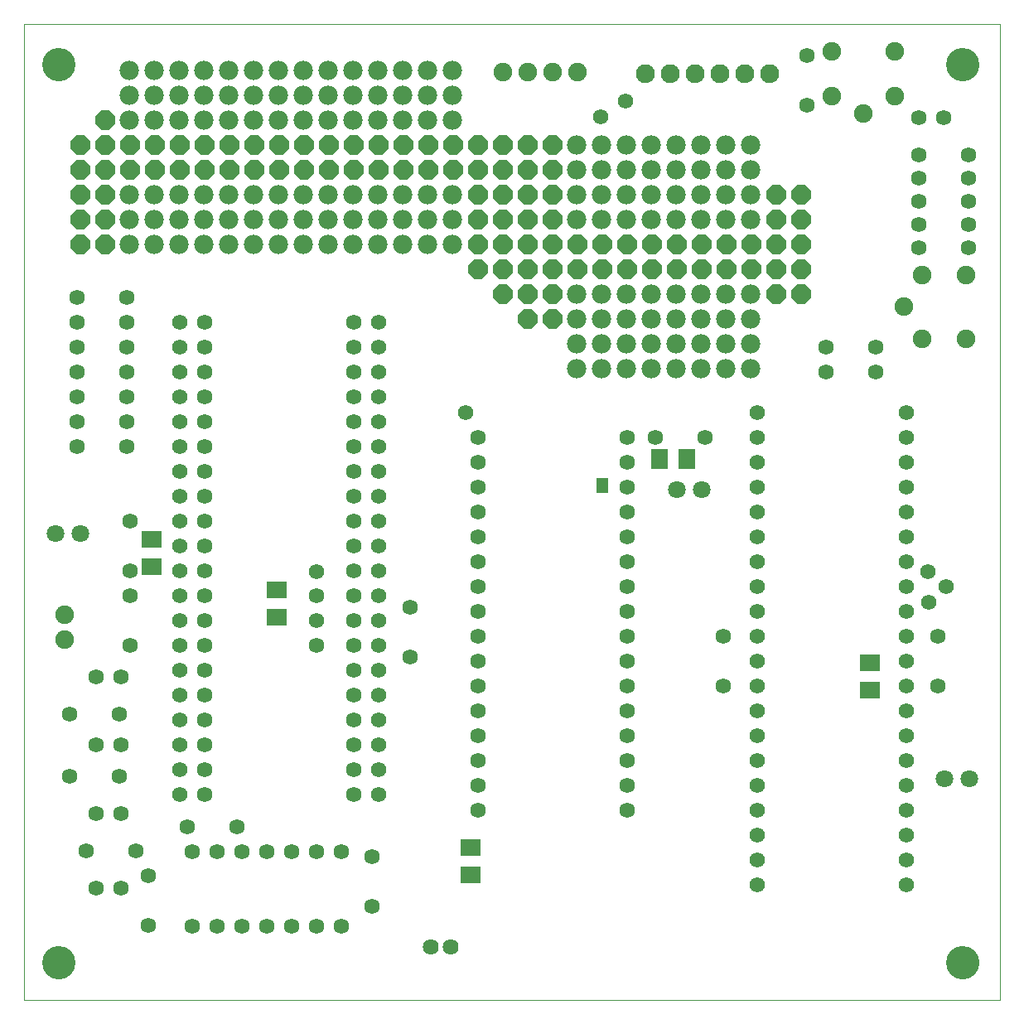
<source format=gbs>
G75*
%MOIN*%
%OFA0B0*%
%FSLAX25Y25*%
%IPPOS*%
%LPD*%
%AMOC8*
5,1,8,0,0,1.08239X$1,22.5*
%
%ADD10C,0.00000*%
%ADD11C,0.13398*%
%ADD12R,0.05000X0.06250*%
%ADD13C,0.06240*%
%ADD14C,0.06154*%
%ADD15C,0.07493*%
%ADD16C,0.07600*%
%ADD17R,0.07099X0.07887*%
%ADD18R,0.07887X0.07099*%
%ADD19C,0.07100*%
%ADD20C,0.06400*%
%ADD21OC8,0.07800*%
%ADD22C,0.07800*%
D10*
X0064972Y0005537D02*
X0064972Y0397988D01*
X0457394Y0397988D01*
X0457394Y0005537D01*
X0064972Y0005537D01*
X0072423Y0020537D02*
X0072425Y0020695D01*
X0072431Y0020853D01*
X0072441Y0021011D01*
X0072455Y0021169D01*
X0072473Y0021326D01*
X0072494Y0021483D01*
X0072520Y0021639D01*
X0072550Y0021795D01*
X0072583Y0021950D01*
X0072621Y0022103D01*
X0072662Y0022256D01*
X0072707Y0022408D01*
X0072756Y0022559D01*
X0072809Y0022708D01*
X0072865Y0022856D01*
X0072925Y0023002D01*
X0072989Y0023147D01*
X0073057Y0023290D01*
X0073128Y0023432D01*
X0073202Y0023572D01*
X0073280Y0023709D01*
X0073362Y0023845D01*
X0073446Y0023979D01*
X0073535Y0024110D01*
X0073626Y0024239D01*
X0073721Y0024366D01*
X0073818Y0024491D01*
X0073919Y0024613D01*
X0074023Y0024732D01*
X0074130Y0024849D01*
X0074240Y0024963D01*
X0074353Y0025074D01*
X0074468Y0025183D01*
X0074586Y0025288D01*
X0074707Y0025390D01*
X0074830Y0025490D01*
X0074956Y0025586D01*
X0075084Y0025679D01*
X0075214Y0025769D01*
X0075347Y0025855D01*
X0075482Y0025939D01*
X0075618Y0026018D01*
X0075757Y0026095D01*
X0075898Y0026167D01*
X0076040Y0026237D01*
X0076184Y0026302D01*
X0076330Y0026364D01*
X0076477Y0026422D01*
X0076626Y0026477D01*
X0076776Y0026528D01*
X0076927Y0026575D01*
X0077079Y0026618D01*
X0077232Y0026657D01*
X0077387Y0026693D01*
X0077542Y0026724D01*
X0077698Y0026752D01*
X0077854Y0026776D01*
X0078011Y0026796D01*
X0078169Y0026812D01*
X0078326Y0026824D01*
X0078485Y0026832D01*
X0078643Y0026836D01*
X0078801Y0026836D01*
X0078959Y0026832D01*
X0079118Y0026824D01*
X0079275Y0026812D01*
X0079433Y0026796D01*
X0079590Y0026776D01*
X0079746Y0026752D01*
X0079902Y0026724D01*
X0080057Y0026693D01*
X0080212Y0026657D01*
X0080365Y0026618D01*
X0080517Y0026575D01*
X0080668Y0026528D01*
X0080818Y0026477D01*
X0080967Y0026422D01*
X0081114Y0026364D01*
X0081260Y0026302D01*
X0081404Y0026237D01*
X0081546Y0026167D01*
X0081687Y0026095D01*
X0081826Y0026018D01*
X0081962Y0025939D01*
X0082097Y0025855D01*
X0082230Y0025769D01*
X0082360Y0025679D01*
X0082488Y0025586D01*
X0082614Y0025490D01*
X0082737Y0025390D01*
X0082858Y0025288D01*
X0082976Y0025183D01*
X0083091Y0025074D01*
X0083204Y0024963D01*
X0083314Y0024849D01*
X0083421Y0024732D01*
X0083525Y0024613D01*
X0083626Y0024491D01*
X0083723Y0024366D01*
X0083818Y0024239D01*
X0083909Y0024110D01*
X0083998Y0023979D01*
X0084082Y0023845D01*
X0084164Y0023709D01*
X0084242Y0023572D01*
X0084316Y0023432D01*
X0084387Y0023290D01*
X0084455Y0023147D01*
X0084519Y0023002D01*
X0084579Y0022856D01*
X0084635Y0022708D01*
X0084688Y0022559D01*
X0084737Y0022408D01*
X0084782Y0022256D01*
X0084823Y0022103D01*
X0084861Y0021950D01*
X0084894Y0021795D01*
X0084924Y0021639D01*
X0084950Y0021483D01*
X0084971Y0021326D01*
X0084989Y0021169D01*
X0085003Y0021011D01*
X0085013Y0020853D01*
X0085019Y0020695D01*
X0085021Y0020537D01*
X0085019Y0020379D01*
X0085013Y0020221D01*
X0085003Y0020063D01*
X0084989Y0019905D01*
X0084971Y0019748D01*
X0084950Y0019591D01*
X0084924Y0019435D01*
X0084894Y0019279D01*
X0084861Y0019124D01*
X0084823Y0018971D01*
X0084782Y0018818D01*
X0084737Y0018666D01*
X0084688Y0018515D01*
X0084635Y0018366D01*
X0084579Y0018218D01*
X0084519Y0018072D01*
X0084455Y0017927D01*
X0084387Y0017784D01*
X0084316Y0017642D01*
X0084242Y0017502D01*
X0084164Y0017365D01*
X0084082Y0017229D01*
X0083998Y0017095D01*
X0083909Y0016964D01*
X0083818Y0016835D01*
X0083723Y0016708D01*
X0083626Y0016583D01*
X0083525Y0016461D01*
X0083421Y0016342D01*
X0083314Y0016225D01*
X0083204Y0016111D01*
X0083091Y0016000D01*
X0082976Y0015891D01*
X0082858Y0015786D01*
X0082737Y0015684D01*
X0082614Y0015584D01*
X0082488Y0015488D01*
X0082360Y0015395D01*
X0082230Y0015305D01*
X0082097Y0015219D01*
X0081962Y0015135D01*
X0081826Y0015056D01*
X0081687Y0014979D01*
X0081546Y0014907D01*
X0081404Y0014837D01*
X0081260Y0014772D01*
X0081114Y0014710D01*
X0080967Y0014652D01*
X0080818Y0014597D01*
X0080668Y0014546D01*
X0080517Y0014499D01*
X0080365Y0014456D01*
X0080212Y0014417D01*
X0080057Y0014381D01*
X0079902Y0014350D01*
X0079746Y0014322D01*
X0079590Y0014298D01*
X0079433Y0014278D01*
X0079275Y0014262D01*
X0079118Y0014250D01*
X0078959Y0014242D01*
X0078801Y0014238D01*
X0078643Y0014238D01*
X0078485Y0014242D01*
X0078326Y0014250D01*
X0078169Y0014262D01*
X0078011Y0014278D01*
X0077854Y0014298D01*
X0077698Y0014322D01*
X0077542Y0014350D01*
X0077387Y0014381D01*
X0077232Y0014417D01*
X0077079Y0014456D01*
X0076927Y0014499D01*
X0076776Y0014546D01*
X0076626Y0014597D01*
X0076477Y0014652D01*
X0076330Y0014710D01*
X0076184Y0014772D01*
X0076040Y0014837D01*
X0075898Y0014907D01*
X0075757Y0014979D01*
X0075618Y0015056D01*
X0075482Y0015135D01*
X0075347Y0015219D01*
X0075214Y0015305D01*
X0075084Y0015395D01*
X0074956Y0015488D01*
X0074830Y0015584D01*
X0074707Y0015684D01*
X0074586Y0015786D01*
X0074468Y0015891D01*
X0074353Y0016000D01*
X0074240Y0016111D01*
X0074130Y0016225D01*
X0074023Y0016342D01*
X0073919Y0016461D01*
X0073818Y0016583D01*
X0073721Y0016708D01*
X0073626Y0016835D01*
X0073535Y0016964D01*
X0073446Y0017095D01*
X0073362Y0017229D01*
X0073280Y0017365D01*
X0073202Y0017502D01*
X0073128Y0017642D01*
X0073057Y0017784D01*
X0072989Y0017927D01*
X0072925Y0018072D01*
X0072865Y0018218D01*
X0072809Y0018366D01*
X0072756Y0018515D01*
X0072707Y0018666D01*
X0072662Y0018818D01*
X0072621Y0018971D01*
X0072583Y0019124D01*
X0072550Y0019279D01*
X0072520Y0019435D01*
X0072494Y0019591D01*
X0072473Y0019748D01*
X0072455Y0019905D01*
X0072441Y0020063D01*
X0072431Y0020221D01*
X0072425Y0020379D01*
X0072423Y0020537D01*
X0436173Y0020537D02*
X0436175Y0020695D01*
X0436181Y0020853D01*
X0436191Y0021011D01*
X0436205Y0021169D01*
X0436223Y0021326D01*
X0436244Y0021483D01*
X0436270Y0021639D01*
X0436300Y0021795D01*
X0436333Y0021950D01*
X0436371Y0022103D01*
X0436412Y0022256D01*
X0436457Y0022408D01*
X0436506Y0022559D01*
X0436559Y0022708D01*
X0436615Y0022856D01*
X0436675Y0023002D01*
X0436739Y0023147D01*
X0436807Y0023290D01*
X0436878Y0023432D01*
X0436952Y0023572D01*
X0437030Y0023709D01*
X0437112Y0023845D01*
X0437196Y0023979D01*
X0437285Y0024110D01*
X0437376Y0024239D01*
X0437471Y0024366D01*
X0437568Y0024491D01*
X0437669Y0024613D01*
X0437773Y0024732D01*
X0437880Y0024849D01*
X0437990Y0024963D01*
X0438103Y0025074D01*
X0438218Y0025183D01*
X0438336Y0025288D01*
X0438457Y0025390D01*
X0438580Y0025490D01*
X0438706Y0025586D01*
X0438834Y0025679D01*
X0438964Y0025769D01*
X0439097Y0025855D01*
X0439232Y0025939D01*
X0439368Y0026018D01*
X0439507Y0026095D01*
X0439648Y0026167D01*
X0439790Y0026237D01*
X0439934Y0026302D01*
X0440080Y0026364D01*
X0440227Y0026422D01*
X0440376Y0026477D01*
X0440526Y0026528D01*
X0440677Y0026575D01*
X0440829Y0026618D01*
X0440982Y0026657D01*
X0441137Y0026693D01*
X0441292Y0026724D01*
X0441448Y0026752D01*
X0441604Y0026776D01*
X0441761Y0026796D01*
X0441919Y0026812D01*
X0442076Y0026824D01*
X0442235Y0026832D01*
X0442393Y0026836D01*
X0442551Y0026836D01*
X0442709Y0026832D01*
X0442868Y0026824D01*
X0443025Y0026812D01*
X0443183Y0026796D01*
X0443340Y0026776D01*
X0443496Y0026752D01*
X0443652Y0026724D01*
X0443807Y0026693D01*
X0443962Y0026657D01*
X0444115Y0026618D01*
X0444267Y0026575D01*
X0444418Y0026528D01*
X0444568Y0026477D01*
X0444717Y0026422D01*
X0444864Y0026364D01*
X0445010Y0026302D01*
X0445154Y0026237D01*
X0445296Y0026167D01*
X0445437Y0026095D01*
X0445576Y0026018D01*
X0445712Y0025939D01*
X0445847Y0025855D01*
X0445980Y0025769D01*
X0446110Y0025679D01*
X0446238Y0025586D01*
X0446364Y0025490D01*
X0446487Y0025390D01*
X0446608Y0025288D01*
X0446726Y0025183D01*
X0446841Y0025074D01*
X0446954Y0024963D01*
X0447064Y0024849D01*
X0447171Y0024732D01*
X0447275Y0024613D01*
X0447376Y0024491D01*
X0447473Y0024366D01*
X0447568Y0024239D01*
X0447659Y0024110D01*
X0447748Y0023979D01*
X0447832Y0023845D01*
X0447914Y0023709D01*
X0447992Y0023572D01*
X0448066Y0023432D01*
X0448137Y0023290D01*
X0448205Y0023147D01*
X0448269Y0023002D01*
X0448329Y0022856D01*
X0448385Y0022708D01*
X0448438Y0022559D01*
X0448487Y0022408D01*
X0448532Y0022256D01*
X0448573Y0022103D01*
X0448611Y0021950D01*
X0448644Y0021795D01*
X0448674Y0021639D01*
X0448700Y0021483D01*
X0448721Y0021326D01*
X0448739Y0021169D01*
X0448753Y0021011D01*
X0448763Y0020853D01*
X0448769Y0020695D01*
X0448771Y0020537D01*
X0448769Y0020379D01*
X0448763Y0020221D01*
X0448753Y0020063D01*
X0448739Y0019905D01*
X0448721Y0019748D01*
X0448700Y0019591D01*
X0448674Y0019435D01*
X0448644Y0019279D01*
X0448611Y0019124D01*
X0448573Y0018971D01*
X0448532Y0018818D01*
X0448487Y0018666D01*
X0448438Y0018515D01*
X0448385Y0018366D01*
X0448329Y0018218D01*
X0448269Y0018072D01*
X0448205Y0017927D01*
X0448137Y0017784D01*
X0448066Y0017642D01*
X0447992Y0017502D01*
X0447914Y0017365D01*
X0447832Y0017229D01*
X0447748Y0017095D01*
X0447659Y0016964D01*
X0447568Y0016835D01*
X0447473Y0016708D01*
X0447376Y0016583D01*
X0447275Y0016461D01*
X0447171Y0016342D01*
X0447064Y0016225D01*
X0446954Y0016111D01*
X0446841Y0016000D01*
X0446726Y0015891D01*
X0446608Y0015786D01*
X0446487Y0015684D01*
X0446364Y0015584D01*
X0446238Y0015488D01*
X0446110Y0015395D01*
X0445980Y0015305D01*
X0445847Y0015219D01*
X0445712Y0015135D01*
X0445576Y0015056D01*
X0445437Y0014979D01*
X0445296Y0014907D01*
X0445154Y0014837D01*
X0445010Y0014772D01*
X0444864Y0014710D01*
X0444717Y0014652D01*
X0444568Y0014597D01*
X0444418Y0014546D01*
X0444267Y0014499D01*
X0444115Y0014456D01*
X0443962Y0014417D01*
X0443807Y0014381D01*
X0443652Y0014350D01*
X0443496Y0014322D01*
X0443340Y0014298D01*
X0443183Y0014278D01*
X0443025Y0014262D01*
X0442868Y0014250D01*
X0442709Y0014242D01*
X0442551Y0014238D01*
X0442393Y0014238D01*
X0442235Y0014242D01*
X0442076Y0014250D01*
X0441919Y0014262D01*
X0441761Y0014278D01*
X0441604Y0014298D01*
X0441448Y0014322D01*
X0441292Y0014350D01*
X0441137Y0014381D01*
X0440982Y0014417D01*
X0440829Y0014456D01*
X0440677Y0014499D01*
X0440526Y0014546D01*
X0440376Y0014597D01*
X0440227Y0014652D01*
X0440080Y0014710D01*
X0439934Y0014772D01*
X0439790Y0014837D01*
X0439648Y0014907D01*
X0439507Y0014979D01*
X0439368Y0015056D01*
X0439232Y0015135D01*
X0439097Y0015219D01*
X0438964Y0015305D01*
X0438834Y0015395D01*
X0438706Y0015488D01*
X0438580Y0015584D01*
X0438457Y0015684D01*
X0438336Y0015786D01*
X0438218Y0015891D01*
X0438103Y0016000D01*
X0437990Y0016111D01*
X0437880Y0016225D01*
X0437773Y0016342D01*
X0437669Y0016461D01*
X0437568Y0016583D01*
X0437471Y0016708D01*
X0437376Y0016835D01*
X0437285Y0016964D01*
X0437196Y0017095D01*
X0437112Y0017229D01*
X0437030Y0017365D01*
X0436952Y0017502D01*
X0436878Y0017642D01*
X0436807Y0017784D01*
X0436739Y0017927D01*
X0436675Y0018072D01*
X0436615Y0018218D01*
X0436559Y0018366D01*
X0436506Y0018515D01*
X0436457Y0018666D01*
X0436412Y0018818D01*
X0436371Y0018971D01*
X0436333Y0019124D01*
X0436300Y0019279D01*
X0436270Y0019435D01*
X0436244Y0019591D01*
X0436223Y0019748D01*
X0436205Y0019905D01*
X0436191Y0020063D01*
X0436181Y0020221D01*
X0436175Y0020379D01*
X0436173Y0020537D01*
X0436173Y0381787D02*
X0436175Y0381945D01*
X0436181Y0382103D01*
X0436191Y0382261D01*
X0436205Y0382419D01*
X0436223Y0382576D01*
X0436244Y0382733D01*
X0436270Y0382889D01*
X0436300Y0383045D01*
X0436333Y0383200D01*
X0436371Y0383353D01*
X0436412Y0383506D01*
X0436457Y0383658D01*
X0436506Y0383809D01*
X0436559Y0383958D01*
X0436615Y0384106D01*
X0436675Y0384252D01*
X0436739Y0384397D01*
X0436807Y0384540D01*
X0436878Y0384682D01*
X0436952Y0384822D01*
X0437030Y0384959D01*
X0437112Y0385095D01*
X0437196Y0385229D01*
X0437285Y0385360D01*
X0437376Y0385489D01*
X0437471Y0385616D01*
X0437568Y0385741D01*
X0437669Y0385863D01*
X0437773Y0385982D01*
X0437880Y0386099D01*
X0437990Y0386213D01*
X0438103Y0386324D01*
X0438218Y0386433D01*
X0438336Y0386538D01*
X0438457Y0386640D01*
X0438580Y0386740D01*
X0438706Y0386836D01*
X0438834Y0386929D01*
X0438964Y0387019D01*
X0439097Y0387105D01*
X0439232Y0387189D01*
X0439368Y0387268D01*
X0439507Y0387345D01*
X0439648Y0387417D01*
X0439790Y0387487D01*
X0439934Y0387552D01*
X0440080Y0387614D01*
X0440227Y0387672D01*
X0440376Y0387727D01*
X0440526Y0387778D01*
X0440677Y0387825D01*
X0440829Y0387868D01*
X0440982Y0387907D01*
X0441137Y0387943D01*
X0441292Y0387974D01*
X0441448Y0388002D01*
X0441604Y0388026D01*
X0441761Y0388046D01*
X0441919Y0388062D01*
X0442076Y0388074D01*
X0442235Y0388082D01*
X0442393Y0388086D01*
X0442551Y0388086D01*
X0442709Y0388082D01*
X0442868Y0388074D01*
X0443025Y0388062D01*
X0443183Y0388046D01*
X0443340Y0388026D01*
X0443496Y0388002D01*
X0443652Y0387974D01*
X0443807Y0387943D01*
X0443962Y0387907D01*
X0444115Y0387868D01*
X0444267Y0387825D01*
X0444418Y0387778D01*
X0444568Y0387727D01*
X0444717Y0387672D01*
X0444864Y0387614D01*
X0445010Y0387552D01*
X0445154Y0387487D01*
X0445296Y0387417D01*
X0445437Y0387345D01*
X0445576Y0387268D01*
X0445712Y0387189D01*
X0445847Y0387105D01*
X0445980Y0387019D01*
X0446110Y0386929D01*
X0446238Y0386836D01*
X0446364Y0386740D01*
X0446487Y0386640D01*
X0446608Y0386538D01*
X0446726Y0386433D01*
X0446841Y0386324D01*
X0446954Y0386213D01*
X0447064Y0386099D01*
X0447171Y0385982D01*
X0447275Y0385863D01*
X0447376Y0385741D01*
X0447473Y0385616D01*
X0447568Y0385489D01*
X0447659Y0385360D01*
X0447748Y0385229D01*
X0447832Y0385095D01*
X0447914Y0384959D01*
X0447992Y0384822D01*
X0448066Y0384682D01*
X0448137Y0384540D01*
X0448205Y0384397D01*
X0448269Y0384252D01*
X0448329Y0384106D01*
X0448385Y0383958D01*
X0448438Y0383809D01*
X0448487Y0383658D01*
X0448532Y0383506D01*
X0448573Y0383353D01*
X0448611Y0383200D01*
X0448644Y0383045D01*
X0448674Y0382889D01*
X0448700Y0382733D01*
X0448721Y0382576D01*
X0448739Y0382419D01*
X0448753Y0382261D01*
X0448763Y0382103D01*
X0448769Y0381945D01*
X0448771Y0381787D01*
X0448769Y0381629D01*
X0448763Y0381471D01*
X0448753Y0381313D01*
X0448739Y0381155D01*
X0448721Y0380998D01*
X0448700Y0380841D01*
X0448674Y0380685D01*
X0448644Y0380529D01*
X0448611Y0380374D01*
X0448573Y0380221D01*
X0448532Y0380068D01*
X0448487Y0379916D01*
X0448438Y0379765D01*
X0448385Y0379616D01*
X0448329Y0379468D01*
X0448269Y0379322D01*
X0448205Y0379177D01*
X0448137Y0379034D01*
X0448066Y0378892D01*
X0447992Y0378752D01*
X0447914Y0378615D01*
X0447832Y0378479D01*
X0447748Y0378345D01*
X0447659Y0378214D01*
X0447568Y0378085D01*
X0447473Y0377958D01*
X0447376Y0377833D01*
X0447275Y0377711D01*
X0447171Y0377592D01*
X0447064Y0377475D01*
X0446954Y0377361D01*
X0446841Y0377250D01*
X0446726Y0377141D01*
X0446608Y0377036D01*
X0446487Y0376934D01*
X0446364Y0376834D01*
X0446238Y0376738D01*
X0446110Y0376645D01*
X0445980Y0376555D01*
X0445847Y0376469D01*
X0445712Y0376385D01*
X0445576Y0376306D01*
X0445437Y0376229D01*
X0445296Y0376157D01*
X0445154Y0376087D01*
X0445010Y0376022D01*
X0444864Y0375960D01*
X0444717Y0375902D01*
X0444568Y0375847D01*
X0444418Y0375796D01*
X0444267Y0375749D01*
X0444115Y0375706D01*
X0443962Y0375667D01*
X0443807Y0375631D01*
X0443652Y0375600D01*
X0443496Y0375572D01*
X0443340Y0375548D01*
X0443183Y0375528D01*
X0443025Y0375512D01*
X0442868Y0375500D01*
X0442709Y0375492D01*
X0442551Y0375488D01*
X0442393Y0375488D01*
X0442235Y0375492D01*
X0442076Y0375500D01*
X0441919Y0375512D01*
X0441761Y0375528D01*
X0441604Y0375548D01*
X0441448Y0375572D01*
X0441292Y0375600D01*
X0441137Y0375631D01*
X0440982Y0375667D01*
X0440829Y0375706D01*
X0440677Y0375749D01*
X0440526Y0375796D01*
X0440376Y0375847D01*
X0440227Y0375902D01*
X0440080Y0375960D01*
X0439934Y0376022D01*
X0439790Y0376087D01*
X0439648Y0376157D01*
X0439507Y0376229D01*
X0439368Y0376306D01*
X0439232Y0376385D01*
X0439097Y0376469D01*
X0438964Y0376555D01*
X0438834Y0376645D01*
X0438706Y0376738D01*
X0438580Y0376834D01*
X0438457Y0376934D01*
X0438336Y0377036D01*
X0438218Y0377141D01*
X0438103Y0377250D01*
X0437990Y0377361D01*
X0437880Y0377475D01*
X0437773Y0377592D01*
X0437669Y0377711D01*
X0437568Y0377833D01*
X0437471Y0377958D01*
X0437376Y0378085D01*
X0437285Y0378214D01*
X0437196Y0378345D01*
X0437112Y0378479D01*
X0437030Y0378615D01*
X0436952Y0378752D01*
X0436878Y0378892D01*
X0436807Y0379034D01*
X0436739Y0379177D01*
X0436675Y0379322D01*
X0436615Y0379468D01*
X0436559Y0379616D01*
X0436506Y0379765D01*
X0436457Y0379916D01*
X0436412Y0380068D01*
X0436371Y0380221D01*
X0436333Y0380374D01*
X0436300Y0380529D01*
X0436270Y0380685D01*
X0436244Y0380841D01*
X0436223Y0380998D01*
X0436205Y0381155D01*
X0436191Y0381313D01*
X0436181Y0381471D01*
X0436175Y0381629D01*
X0436173Y0381787D01*
X0072423Y0381787D02*
X0072425Y0381945D01*
X0072431Y0382103D01*
X0072441Y0382261D01*
X0072455Y0382419D01*
X0072473Y0382576D01*
X0072494Y0382733D01*
X0072520Y0382889D01*
X0072550Y0383045D01*
X0072583Y0383200D01*
X0072621Y0383353D01*
X0072662Y0383506D01*
X0072707Y0383658D01*
X0072756Y0383809D01*
X0072809Y0383958D01*
X0072865Y0384106D01*
X0072925Y0384252D01*
X0072989Y0384397D01*
X0073057Y0384540D01*
X0073128Y0384682D01*
X0073202Y0384822D01*
X0073280Y0384959D01*
X0073362Y0385095D01*
X0073446Y0385229D01*
X0073535Y0385360D01*
X0073626Y0385489D01*
X0073721Y0385616D01*
X0073818Y0385741D01*
X0073919Y0385863D01*
X0074023Y0385982D01*
X0074130Y0386099D01*
X0074240Y0386213D01*
X0074353Y0386324D01*
X0074468Y0386433D01*
X0074586Y0386538D01*
X0074707Y0386640D01*
X0074830Y0386740D01*
X0074956Y0386836D01*
X0075084Y0386929D01*
X0075214Y0387019D01*
X0075347Y0387105D01*
X0075482Y0387189D01*
X0075618Y0387268D01*
X0075757Y0387345D01*
X0075898Y0387417D01*
X0076040Y0387487D01*
X0076184Y0387552D01*
X0076330Y0387614D01*
X0076477Y0387672D01*
X0076626Y0387727D01*
X0076776Y0387778D01*
X0076927Y0387825D01*
X0077079Y0387868D01*
X0077232Y0387907D01*
X0077387Y0387943D01*
X0077542Y0387974D01*
X0077698Y0388002D01*
X0077854Y0388026D01*
X0078011Y0388046D01*
X0078169Y0388062D01*
X0078326Y0388074D01*
X0078485Y0388082D01*
X0078643Y0388086D01*
X0078801Y0388086D01*
X0078959Y0388082D01*
X0079118Y0388074D01*
X0079275Y0388062D01*
X0079433Y0388046D01*
X0079590Y0388026D01*
X0079746Y0388002D01*
X0079902Y0387974D01*
X0080057Y0387943D01*
X0080212Y0387907D01*
X0080365Y0387868D01*
X0080517Y0387825D01*
X0080668Y0387778D01*
X0080818Y0387727D01*
X0080967Y0387672D01*
X0081114Y0387614D01*
X0081260Y0387552D01*
X0081404Y0387487D01*
X0081546Y0387417D01*
X0081687Y0387345D01*
X0081826Y0387268D01*
X0081962Y0387189D01*
X0082097Y0387105D01*
X0082230Y0387019D01*
X0082360Y0386929D01*
X0082488Y0386836D01*
X0082614Y0386740D01*
X0082737Y0386640D01*
X0082858Y0386538D01*
X0082976Y0386433D01*
X0083091Y0386324D01*
X0083204Y0386213D01*
X0083314Y0386099D01*
X0083421Y0385982D01*
X0083525Y0385863D01*
X0083626Y0385741D01*
X0083723Y0385616D01*
X0083818Y0385489D01*
X0083909Y0385360D01*
X0083998Y0385229D01*
X0084082Y0385095D01*
X0084164Y0384959D01*
X0084242Y0384822D01*
X0084316Y0384682D01*
X0084387Y0384540D01*
X0084455Y0384397D01*
X0084519Y0384252D01*
X0084579Y0384106D01*
X0084635Y0383958D01*
X0084688Y0383809D01*
X0084737Y0383658D01*
X0084782Y0383506D01*
X0084823Y0383353D01*
X0084861Y0383200D01*
X0084894Y0383045D01*
X0084924Y0382889D01*
X0084950Y0382733D01*
X0084971Y0382576D01*
X0084989Y0382419D01*
X0085003Y0382261D01*
X0085013Y0382103D01*
X0085019Y0381945D01*
X0085021Y0381787D01*
X0085019Y0381629D01*
X0085013Y0381471D01*
X0085003Y0381313D01*
X0084989Y0381155D01*
X0084971Y0380998D01*
X0084950Y0380841D01*
X0084924Y0380685D01*
X0084894Y0380529D01*
X0084861Y0380374D01*
X0084823Y0380221D01*
X0084782Y0380068D01*
X0084737Y0379916D01*
X0084688Y0379765D01*
X0084635Y0379616D01*
X0084579Y0379468D01*
X0084519Y0379322D01*
X0084455Y0379177D01*
X0084387Y0379034D01*
X0084316Y0378892D01*
X0084242Y0378752D01*
X0084164Y0378615D01*
X0084082Y0378479D01*
X0083998Y0378345D01*
X0083909Y0378214D01*
X0083818Y0378085D01*
X0083723Y0377958D01*
X0083626Y0377833D01*
X0083525Y0377711D01*
X0083421Y0377592D01*
X0083314Y0377475D01*
X0083204Y0377361D01*
X0083091Y0377250D01*
X0082976Y0377141D01*
X0082858Y0377036D01*
X0082737Y0376934D01*
X0082614Y0376834D01*
X0082488Y0376738D01*
X0082360Y0376645D01*
X0082230Y0376555D01*
X0082097Y0376469D01*
X0081962Y0376385D01*
X0081826Y0376306D01*
X0081687Y0376229D01*
X0081546Y0376157D01*
X0081404Y0376087D01*
X0081260Y0376022D01*
X0081114Y0375960D01*
X0080967Y0375902D01*
X0080818Y0375847D01*
X0080668Y0375796D01*
X0080517Y0375749D01*
X0080365Y0375706D01*
X0080212Y0375667D01*
X0080057Y0375631D01*
X0079902Y0375600D01*
X0079746Y0375572D01*
X0079590Y0375548D01*
X0079433Y0375528D01*
X0079275Y0375512D01*
X0079118Y0375500D01*
X0078959Y0375492D01*
X0078801Y0375488D01*
X0078643Y0375488D01*
X0078485Y0375492D01*
X0078326Y0375500D01*
X0078169Y0375512D01*
X0078011Y0375528D01*
X0077854Y0375548D01*
X0077698Y0375572D01*
X0077542Y0375600D01*
X0077387Y0375631D01*
X0077232Y0375667D01*
X0077079Y0375706D01*
X0076927Y0375749D01*
X0076776Y0375796D01*
X0076626Y0375847D01*
X0076477Y0375902D01*
X0076330Y0375960D01*
X0076184Y0376022D01*
X0076040Y0376087D01*
X0075898Y0376157D01*
X0075757Y0376229D01*
X0075618Y0376306D01*
X0075482Y0376385D01*
X0075347Y0376469D01*
X0075214Y0376555D01*
X0075084Y0376645D01*
X0074956Y0376738D01*
X0074830Y0376834D01*
X0074707Y0376934D01*
X0074586Y0377036D01*
X0074468Y0377141D01*
X0074353Y0377250D01*
X0074240Y0377361D01*
X0074130Y0377475D01*
X0074023Y0377592D01*
X0073919Y0377711D01*
X0073818Y0377833D01*
X0073721Y0377958D01*
X0073626Y0378085D01*
X0073535Y0378214D01*
X0073446Y0378345D01*
X0073362Y0378479D01*
X0073280Y0378615D01*
X0073202Y0378752D01*
X0073128Y0378892D01*
X0073057Y0379034D01*
X0072989Y0379177D01*
X0072925Y0379322D01*
X0072865Y0379468D01*
X0072809Y0379616D01*
X0072756Y0379765D01*
X0072707Y0379916D01*
X0072662Y0380068D01*
X0072621Y0380221D01*
X0072583Y0380374D01*
X0072550Y0380529D01*
X0072520Y0380685D01*
X0072494Y0380841D01*
X0072473Y0380998D01*
X0072455Y0381155D01*
X0072441Y0381313D01*
X0072431Y0381471D01*
X0072425Y0381629D01*
X0072423Y0381787D01*
D11*
X0078722Y0381787D03*
X0442472Y0381787D03*
X0442472Y0020537D03*
X0078722Y0020537D03*
D12*
X0297472Y0212412D03*
D13*
X0307472Y0211787D03*
X0307472Y0221787D03*
X0307472Y0231787D03*
X0318722Y0231787D03*
X0338722Y0231787D03*
X0307472Y0201787D03*
X0307472Y0191787D03*
X0307472Y0181787D03*
X0307472Y0171787D03*
X0307472Y0161787D03*
X0307472Y0151787D03*
X0307472Y0141787D03*
X0307472Y0131787D03*
X0307472Y0121787D03*
X0307472Y0111787D03*
X0307472Y0101787D03*
X0307472Y0091787D03*
X0307472Y0081787D03*
X0346222Y0131787D03*
X0346222Y0151787D03*
X0432473Y0151787D03*
X0432473Y0131787D03*
X0407472Y0258037D03*
X0407472Y0268037D03*
X0387472Y0268037D03*
X0387472Y0258037D03*
X0424972Y0308037D03*
X0424972Y0317412D03*
X0424972Y0326787D03*
X0424972Y0336162D03*
X0424972Y0345537D03*
X0424972Y0360537D03*
X0434972Y0360537D03*
X0444972Y0345537D03*
X0444972Y0336162D03*
X0444972Y0326787D03*
X0444972Y0317412D03*
X0444972Y0308037D03*
X0379972Y0365537D03*
X0379972Y0385537D03*
X0247472Y0231787D03*
X0247472Y0221787D03*
X0247472Y0211787D03*
X0247472Y0201787D03*
X0247472Y0191787D03*
X0247472Y0181787D03*
X0247472Y0171787D03*
X0247472Y0161787D03*
X0247472Y0151787D03*
X0247472Y0141787D03*
X0247472Y0131787D03*
X0247472Y0121787D03*
X0247472Y0111787D03*
X0247472Y0101787D03*
X0247472Y0091787D03*
X0247472Y0081787D03*
X0204972Y0063037D03*
X0192504Y0064927D03*
X0182504Y0064927D03*
X0172504Y0064927D03*
X0162504Y0064927D03*
X0152504Y0064927D03*
X0142504Y0064927D03*
X0132504Y0064927D03*
X0130622Y0074935D03*
X0137472Y0088037D03*
X0137472Y0098037D03*
X0137472Y0108037D03*
X0137472Y0118037D03*
X0137472Y0128037D03*
X0137472Y0138037D03*
X0137472Y0148037D03*
X0137472Y0158037D03*
X0137472Y0168037D03*
X0137472Y0178037D03*
X0137472Y0188037D03*
X0137472Y0198037D03*
X0137472Y0208037D03*
X0137472Y0218037D03*
X0137472Y0228037D03*
X0137472Y0238037D03*
X0137472Y0248037D03*
X0137472Y0258037D03*
X0137472Y0268037D03*
X0137472Y0278037D03*
X0106222Y0278037D03*
X0106222Y0288037D03*
X0086222Y0288037D03*
X0086222Y0278037D03*
X0086222Y0268037D03*
X0086222Y0258037D03*
X0086222Y0248037D03*
X0086222Y0238037D03*
X0086222Y0228037D03*
X0106222Y0228037D03*
X0106222Y0238037D03*
X0106222Y0248037D03*
X0106222Y0258037D03*
X0106222Y0268037D03*
X0107472Y0198037D03*
X0107472Y0178037D03*
X0107472Y0168037D03*
X0107472Y0148037D03*
X0103724Y0135537D03*
X0093724Y0135537D03*
X0103097Y0120537D03*
X0103724Y0108037D03*
X0093724Y0108037D03*
X0103098Y0095537D03*
X0103724Y0080537D03*
X0093724Y0080537D03*
X0089972Y0065537D03*
X0093724Y0050537D03*
X0103724Y0050537D03*
X0114972Y0055537D03*
X0109972Y0065537D03*
X0114972Y0035537D03*
X0132504Y0034927D03*
X0142504Y0034927D03*
X0152504Y0034927D03*
X0162504Y0034927D03*
X0172504Y0034927D03*
X0182504Y0034927D03*
X0192504Y0034927D03*
X0204972Y0043037D03*
X0197472Y0088037D03*
X0197472Y0098037D03*
X0197472Y0108037D03*
X0197472Y0118037D03*
X0197472Y0128037D03*
X0197472Y0138037D03*
X0197472Y0148037D03*
X0197472Y0158037D03*
X0197472Y0168037D03*
X0197472Y0178037D03*
X0197472Y0188037D03*
X0197472Y0198037D03*
X0197472Y0208037D03*
X0197472Y0218037D03*
X0197472Y0228037D03*
X0197472Y0238037D03*
X0197472Y0248037D03*
X0197472Y0258037D03*
X0197472Y0268037D03*
X0197472Y0278037D03*
X0182472Y0168037D03*
X0182472Y0148037D03*
X0220023Y0143397D03*
X0220023Y0163397D03*
X0150622Y0074935D03*
X0083098Y0095537D03*
X0083097Y0120537D03*
D14*
X0127472Y0118037D03*
X0127472Y0108037D03*
X0127472Y0098037D03*
X0127472Y0088037D03*
X0127472Y0128037D03*
X0127472Y0138037D03*
X0127472Y0148037D03*
X0127472Y0158037D03*
X0127472Y0168037D03*
X0127472Y0178037D03*
X0127472Y0188037D03*
X0127472Y0198037D03*
X0127472Y0208037D03*
X0127472Y0218037D03*
X0127472Y0228037D03*
X0127472Y0238037D03*
X0127472Y0248037D03*
X0127472Y0258037D03*
X0127472Y0268037D03*
X0127472Y0278037D03*
X0207472Y0278037D03*
X0207472Y0268037D03*
X0207472Y0258037D03*
X0207472Y0248037D03*
X0207472Y0238037D03*
X0207472Y0228037D03*
X0207472Y0218037D03*
X0207472Y0208037D03*
X0207472Y0198037D03*
X0207472Y0188037D03*
X0207472Y0178037D03*
X0207472Y0168037D03*
X0207472Y0158037D03*
X0207472Y0148037D03*
X0207472Y0138037D03*
X0207472Y0128037D03*
X0207472Y0118037D03*
X0207472Y0108037D03*
X0207472Y0098037D03*
X0207472Y0088037D03*
X0182472Y0158037D03*
X0182472Y0177725D03*
X0242472Y0241787D03*
X0359972Y0241787D03*
X0359972Y0231787D03*
X0359972Y0221787D03*
X0359972Y0211787D03*
X0359972Y0201787D03*
X0359972Y0191787D03*
X0359972Y0181787D03*
X0359972Y0171787D03*
X0359972Y0161787D03*
X0359972Y0151787D03*
X0359972Y0141787D03*
X0359972Y0131787D03*
X0359972Y0121787D03*
X0359972Y0111787D03*
X0359972Y0101787D03*
X0359972Y0091787D03*
X0359972Y0081787D03*
X0359972Y0071787D03*
X0359972Y0061787D03*
X0359972Y0051787D03*
X0419972Y0051787D03*
X0419972Y0061787D03*
X0419972Y0071787D03*
X0419972Y0081787D03*
X0419972Y0091787D03*
X0419972Y0101787D03*
X0419972Y0111787D03*
X0419972Y0121787D03*
X0419972Y0131787D03*
X0419972Y0141787D03*
X0419972Y0151787D03*
X0419972Y0161787D03*
X0428840Y0165276D03*
X0435848Y0171784D03*
X0428527Y0177780D03*
X0419972Y0181787D03*
X0419972Y0171787D03*
X0419972Y0191787D03*
X0419972Y0201787D03*
X0419972Y0211787D03*
X0419972Y0221787D03*
X0419972Y0231787D03*
X0419972Y0241787D03*
X0296922Y0360651D03*
X0306926Y0366903D03*
D15*
X0287472Y0378663D03*
X0277472Y0378663D03*
X0267472Y0378663D03*
X0257472Y0378663D03*
X0389677Y0386896D03*
X0389677Y0369179D03*
X0402472Y0361896D03*
X0415268Y0369179D03*
X0415268Y0386896D03*
X0426114Y0297083D03*
X0418831Y0284287D03*
X0426114Y0271492D03*
X0443831Y0271492D03*
X0443831Y0297083D03*
X0081222Y0160537D03*
X0081222Y0150537D03*
D16*
X0314972Y0378037D03*
X0324972Y0378037D03*
X0334972Y0378037D03*
X0344972Y0378037D03*
X0354972Y0378037D03*
X0364972Y0378037D03*
D17*
X0331422Y0223037D03*
X0320398Y0223037D03*
D18*
X0405082Y0141091D03*
X0405082Y0130067D03*
X0244347Y0066674D03*
X0244347Y0055651D03*
X0166535Y0159401D03*
X0166535Y0170424D03*
X0116222Y0179713D03*
X0116222Y0190737D03*
D19*
X0087479Y0193097D03*
X0077479Y0193097D03*
X0327559Y0210603D03*
X0337559Y0210603D03*
X0435093Y0094316D03*
X0445093Y0094316D03*
D20*
X0236464Y0026794D03*
X0228590Y0026794D03*
D21*
X0267472Y0279287D03*
X0267472Y0289287D03*
X0257472Y0289287D03*
X0257472Y0299287D03*
X0257472Y0309287D03*
X0267472Y0309287D03*
X0267472Y0299287D03*
X0277472Y0299287D03*
X0277472Y0309287D03*
X0287472Y0309287D03*
X0287472Y0299287D03*
X0297472Y0299287D03*
X0297472Y0309287D03*
X0307472Y0309287D03*
X0307472Y0299287D03*
X0317472Y0299287D03*
X0317472Y0309287D03*
X0327472Y0309287D03*
X0327472Y0299287D03*
X0337472Y0299287D03*
X0337472Y0309287D03*
X0347472Y0309287D03*
X0347472Y0299287D03*
X0357472Y0299287D03*
X0357472Y0309287D03*
X0367472Y0309444D03*
X0367472Y0299444D03*
X0377472Y0299444D03*
X0377472Y0309444D03*
X0377472Y0319444D03*
X0367472Y0319444D03*
X0367472Y0329444D03*
X0377472Y0329444D03*
X0377472Y0289444D03*
X0367472Y0289444D03*
X0277472Y0289287D03*
X0277472Y0279287D03*
X0247472Y0299287D03*
X0247472Y0309287D03*
X0247472Y0319287D03*
X0247472Y0329287D03*
X0247472Y0339287D03*
X0237472Y0339287D03*
X0227472Y0339287D03*
X0217472Y0339287D03*
X0207472Y0339287D03*
X0197472Y0339287D03*
X0187472Y0339287D03*
X0177472Y0339287D03*
X0167472Y0339287D03*
X0157472Y0339287D03*
X0147472Y0339287D03*
X0137472Y0339287D03*
X0127472Y0339287D03*
X0117472Y0339287D03*
X0107472Y0339287D03*
X0097472Y0339287D03*
X0087472Y0339287D03*
X0087472Y0349287D03*
X0097472Y0349287D03*
X0097472Y0359287D03*
X0107472Y0349287D03*
X0117472Y0349287D03*
X0127472Y0349287D03*
X0137472Y0349287D03*
X0147472Y0349287D03*
X0157472Y0349287D03*
X0167472Y0349287D03*
X0177472Y0349287D03*
X0187472Y0349287D03*
X0197472Y0349287D03*
X0207472Y0349287D03*
X0217472Y0349287D03*
X0227472Y0349287D03*
X0237472Y0349287D03*
X0247472Y0349287D03*
X0257472Y0349287D03*
X0257472Y0339287D03*
X0267472Y0339287D03*
X0267472Y0349287D03*
X0277472Y0349287D03*
X0277472Y0339287D03*
X0277472Y0329287D03*
X0267472Y0329287D03*
X0257472Y0329287D03*
X0257472Y0319287D03*
X0267472Y0319287D03*
X0277472Y0319287D03*
X0097472Y0319287D03*
X0087472Y0319287D03*
X0087472Y0329287D03*
X0097472Y0329287D03*
X0097472Y0309287D03*
X0087472Y0309287D03*
D22*
X0107160Y0309287D03*
X0117160Y0309287D03*
X0127160Y0309287D03*
X0137160Y0309287D03*
X0147160Y0309287D03*
X0157160Y0309287D03*
X0167160Y0309287D03*
X0177160Y0309287D03*
X0187160Y0309287D03*
X0197160Y0309287D03*
X0207160Y0309287D03*
X0217160Y0309287D03*
X0227160Y0309287D03*
X0237160Y0309287D03*
X0237160Y0319287D03*
X0227160Y0319287D03*
X0217160Y0319287D03*
X0207160Y0319287D03*
X0197160Y0319287D03*
X0187160Y0319287D03*
X0177160Y0319287D03*
X0167160Y0319287D03*
X0157160Y0319287D03*
X0147160Y0319287D03*
X0137160Y0319287D03*
X0127160Y0319287D03*
X0117160Y0319287D03*
X0107160Y0319287D03*
X0107160Y0329287D03*
X0117160Y0329287D03*
X0127160Y0329287D03*
X0137160Y0329287D03*
X0147160Y0329287D03*
X0157160Y0329287D03*
X0167160Y0329287D03*
X0177160Y0329287D03*
X0187160Y0329287D03*
X0197160Y0329287D03*
X0207160Y0329287D03*
X0217160Y0329287D03*
X0227160Y0329287D03*
X0237160Y0329287D03*
X0237160Y0359287D03*
X0227160Y0359287D03*
X0217160Y0359287D03*
X0207160Y0359287D03*
X0197160Y0359287D03*
X0187160Y0359287D03*
X0177160Y0359287D03*
X0167160Y0359287D03*
X0157160Y0359287D03*
X0147160Y0359287D03*
X0137160Y0359287D03*
X0127160Y0359287D03*
X0117160Y0359287D03*
X0107160Y0359287D03*
X0107160Y0369287D03*
X0117160Y0369287D03*
X0127160Y0369287D03*
X0137160Y0369287D03*
X0147160Y0369287D03*
X0157160Y0369287D03*
X0167160Y0369287D03*
X0177160Y0369287D03*
X0187160Y0369287D03*
X0197160Y0369287D03*
X0207160Y0369287D03*
X0217160Y0369287D03*
X0227160Y0369287D03*
X0237160Y0369287D03*
X0237160Y0379287D03*
X0227160Y0379287D03*
X0217160Y0379287D03*
X0207160Y0379287D03*
X0197160Y0379287D03*
X0187160Y0379287D03*
X0177160Y0379287D03*
X0167160Y0379287D03*
X0157160Y0379287D03*
X0147160Y0379287D03*
X0137160Y0379287D03*
X0127160Y0379287D03*
X0117160Y0379287D03*
X0107160Y0379287D03*
X0287160Y0349287D03*
X0287160Y0339287D03*
X0297160Y0339287D03*
X0307160Y0339287D03*
X0317160Y0339287D03*
X0327160Y0339287D03*
X0337160Y0339287D03*
X0347160Y0339287D03*
X0357160Y0339287D03*
X0357160Y0349287D03*
X0347160Y0349287D03*
X0337160Y0349287D03*
X0327160Y0349287D03*
X0317160Y0349287D03*
X0307160Y0349287D03*
X0297160Y0349287D03*
X0297160Y0329287D03*
X0297160Y0319287D03*
X0307160Y0319287D03*
X0317160Y0319287D03*
X0327160Y0319287D03*
X0337160Y0319287D03*
X0347160Y0319287D03*
X0357160Y0319287D03*
X0357160Y0329287D03*
X0347160Y0329287D03*
X0337160Y0329287D03*
X0327160Y0329287D03*
X0317160Y0329287D03*
X0307160Y0329287D03*
X0287160Y0329287D03*
X0287160Y0319287D03*
X0287160Y0289287D03*
X0287160Y0279287D03*
X0287160Y0269287D03*
X0297160Y0269287D03*
X0307160Y0269287D03*
X0317160Y0269287D03*
X0327160Y0269287D03*
X0337160Y0269287D03*
X0347160Y0269287D03*
X0357160Y0269287D03*
X0357160Y0279287D03*
X0347160Y0279287D03*
X0337160Y0279287D03*
X0327160Y0279287D03*
X0317160Y0279287D03*
X0307160Y0279287D03*
X0297160Y0279287D03*
X0297160Y0289287D03*
X0307160Y0289287D03*
X0317160Y0289287D03*
X0327160Y0289287D03*
X0337160Y0289287D03*
X0347160Y0289287D03*
X0357160Y0289287D03*
X0357160Y0259287D03*
X0347160Y0259287D03*
X0337160Y0259287D03*
X0327160Y0259287D03*
X0317160Y0259287D03*
X0307160Y0259287D03*
X0297160Y0259287D03*
X0287160Y0259287D03*
M02*

</source>
